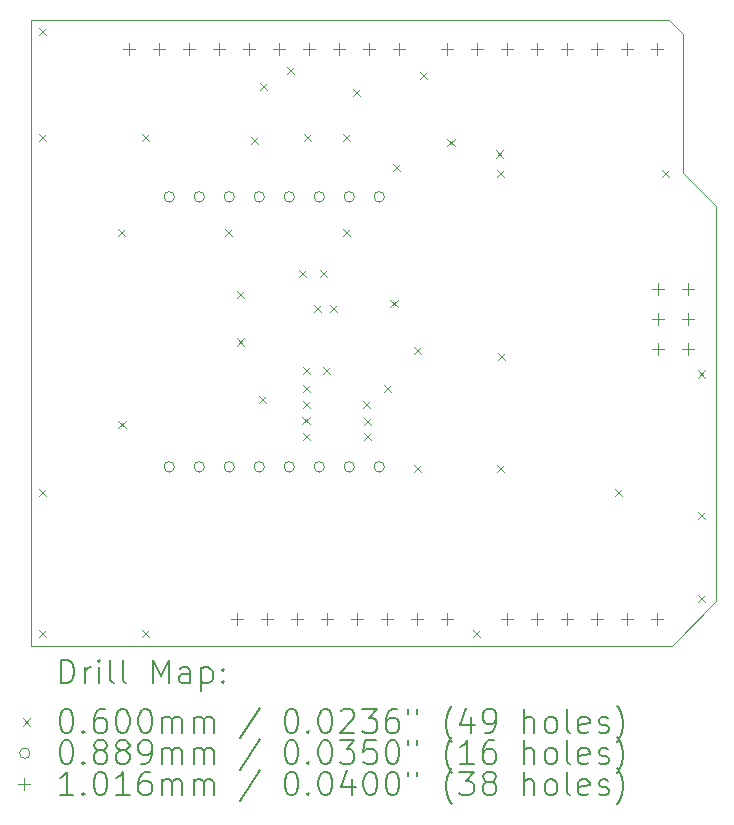
<source format=gbr>
%TF.GenerationSoftware,KiCad,Pcbnew,8.0.7+1*%
%TF.CreationDate,2025-02-19T15:00:17+01:00*%
%TF.ProjectId,ts14-arduino-shield,74733134-2d61-4726-9475-696e6f2d7368,rev?*%
%TF.SameCoordinates,Original*%
%TF.FileFunction,Drillmap*%
%TF.FilePolarity,Positive*%
%FSLAX45Y45*%
G04 Gerber Fmt 4.5, Leading zero omitted, Abs format (unit mm)*
G04 Created by KiCad (PCBNEW 8.0.7+1) date 2025-02-19 15:00:17*
%MOMM*%
%LPD*%
G01*
G04 APERTURE LIST*
%ADD10C,0.120000*%
%ADD11C,0.200000*%
%ADD12C,0.100000*%
%ADD13C,0.101600*%
G04 APERTURE END LIST*
D10*
X17525000Y-8300000D02*
X17800000Y-8575000D01*
X12000000Y-12300000D02*
X12000000Y-7000000D01*
X17425000Y-12300000D02*
X12000000Y-12300000D01*
X17400000Y-7000000D02*
X17525000Y-7125000D01*
X17800000Y-11925000D02*
X17425000Y-12300000D01*
X12000000Y-7000000D02*
X17400000Y-7000000D01*
X17800000Y-8575000D02*
X17800000Y-11925000D01*
X17525000Y-7125000D02*
X17525000Y-8300000D01*
D11*
D12*
X12070000Y-7070000D02*
X12130000Y-7130000D01*
X12130000Y-7070000D02*
X12070000Y-7130000D01*
X12070000Y-7970000D02*
X12130000Y-8030000D01*
X12130000Y-7970000D02*
X12070000Y-8030000D01*
X12070000Y-10970000D02*
X12130000Y-11030000D01*
X12130000Y-10970000D02*
X12070000Y-11030000D01*
X12070000Y-12170000D02*
X12130000Y-12230000D01*
X12130000Y-12170000D02*
X12070000Y-12230000D01*
X12736000Y-8773000D02*
X12796000Y-8833000D01*
X12796000Y-8773000D02*
X12736000Y-8833000D01*
X12742000Y-10398000D02*
X12802000Y-10458000D01*
X12802000Y-10398000D02*
X12742000Y-10458000D01*
X12945000Y-7970000D02*
X13005000Y-8030000D01*
X13005000Y-7970000D02*
X12945000Y-8030000D01*
X12945000Y-12170000D02*
X13005000Y-12230000D01*
X13005000Y-12170000D02*
X12945000Y-12230000D01*
X13645000Y-8770000D02*
X13705000Y-8830000D01*
X13705000Y-8770000D02*
X13645000Y-8830000D01*
X13745000Y-9295000D02*
X13805000Y-9355000D01*
X13805000Y-9295000D02*
X13745000Y-9355000D01*
X13746000Y-9699000D02*
X13806000Y-9759000D01*
X13806000Y-9699000D02*
X13746000Y-9759000D01*
X13866000Y-7993000D02*
X13926000Y-8053000D01*
X13926000Y-7993000D02*
X13866000Y-8053000D01*
X13932000Y-10185000D02*
X13992000Y-10245000D01*
X13992000Y-10185000D02*
X13932000Y-10245000D01*
X13937000Y-7532000D02*
X13997000Y-7592000D01*
X13997000Y-7532000D02*
X13937000Y-7592000D01*
X14171000Y-7399000D02*
X14231000Y-7459000D01*
X14231000Y-7399000D02*
X14171000Y-7459000D01*
X14271000Y-9122000D02*
X14331000Y-9182000D01*
X14331000Y-9122000D02*
X14271000Y-9182000D01*
X14300000Y-10362000D02*
X14360000Y-10422000D01*
X14360000Y-10362000D02*
X14300000Y-10422000D01*
X14301000Y-9939000D02*
X14361000Y-9999000D01*
X14361000Y-9939000D02*
X14301000Y-9999000D01*
X14303000Y-10502000D02*
X14363000Y-10562000D01*
X14363000Y-10502000D02*
X14303000Y-10562000D01*
X14307000Y-10093000D02*
X14367000Y-10153000D01*
X14367000Y-10093000D02*
X14307000Y-10153000D01*
X14307000Y-10227000D02*
X14367000Y-10287000D01*
X14367000Y-10227000D02*
X14307000Y-10287000D01*
X14313000Y-7964000D02*
X14373000Y-8024000D01*
X14373000Y-7964000D02*
X14313000Y-8024000D01*
X14400000Y-9417000D02*
X14460000Y-9477000D01*
X14460000Y-9417000D02*
X14400000Y-9477000D01*
X14445000Y-9122000D02*
X14505000Y-9182000D01*
X14505000Y-9122000D02*
X14445000Y-9182000D01*
X14470000Y-9939000D02*
X14530000Y-9999000D01*
X14530000Y-9939000D02*
X14470000Y-9999000D01*
X14531000Y-9417000D02*
X14591000Y-9477000D01*
X14591000Y-9417000D02*
X14531000Y-9477000D01*
X14645000Y-7970000D02*
X14705000Y-8030000D01*
X14705000Y-7970000D02*
X14645000Y-8030000D01*
X14645000Y-8770000D02*
X14705000Y-8830000D01*
X14705000Y-8770000D02*
X14645000Y-8830000D01*
X14729000Y-7583000D02*
X14789000Y-7643000D01*
X14789000Y-7583000D02*
X14729000Y-7643000D01*
X14816000Y-10227000D02*
X14876000Y-10287000D01*
X14876000Y-10227000D02*
X14816000Y-10287000D01*
X14817500Y-10370500D02*
X14877500Y-10430500D01*
X14877500Y-10370500D02*
X14817500Y-10430500D01*
X14822000Y-10502000D02*
X14882000Y-10562000D01*
X14882000Y-10502000D02*
X14822000Y-10562000D01*
X14991000Y-10093000D02*
X15051000Y-10153000D01*
X15051000Y-10093000D02*
X14991000Y-10153000D01*
X15045000Y-9370000D02*
X15105000Y-9430000D01*
X15105000Y-9370000D02*
X15045000Y-9430000D01*
X15065000Y-8219000D02*
X15125000Y-8279000D01*
X15125000Y-8219000D02*
X15065000Y-8279000D01*
X15245000Y-9770000D02*
X15305000Y-9830000D01*
X15305000Y-9770000D02*
X15245000Y-9830000D01*
X15245000Y-10770000D02*
X15305000Y-10830000D01*
X15305000Y-10770000D02*
X15245000Y-10830000D01*
X15297000Y-7443000D02*
X15357000Y-7503000D01*
X15357000Y-7443000D02*
X15297000Y-7503000D01*
X15528000Y-8007000D02*
X15588000Y-8067000D01*
X15588000Y-8007000D02*
X15528000Y-8067000D01*
X15745000Y-12170000D02*
X15805000Y-12230000D01*
X15805000Y-12170000D02*
X15745000Y-12230000D01*
X15937000Y-8107000D02*
X15997000Y-8167000D01*
X15997000Y-8107000D02*
X15937000Y-8167000D01*
X15945000Y-8270000D02*
X16005000Y-8330000D01*
X16005000Y-8270000D02*
X15945000Y-8330000D01*
X15945000Y-10770000D02*
X16005000Y-10830000D01*
X16005000Y-10770000D02*
X15945000Y-10830000D01*
X15958000Y-9821000D02*
X16018000Y-9881000D01*
X16018000Y-9821000D02*
X15958000Y-9881000D01*
X16945000Y-10970000D02*
X17005000Y-11030000D01*
X17005000Y-10970000D02*
X16945000Y-11030000D01*
X17345000Y-8270000D02*
X17405000Y-8330000D01*
X17405000Y-8270000D02*
X17345000Y-8330000D01*
X17645000Y-9970000D02*
X17705000Y-10030000D01*
X17705000Y-9970000D02*
X17645000Y-10030000D01*
X17645000Y-11170000D02*
X17705000Y-11230000D01*
X17705000Y-11170000D02*
X17645000Y-11230000D01*
X17645000Y-11870000D02*
X17705000Y-11930000D01*
X17705000Y-11870000D02*
X17645000Y-11930000D01*
X13216450Y-8500000D02*
G75*
G02*
X13127550Y-8500000I-44450J0D01*
G01*
X13127550Y-8500000D02*
G75*
G02*
X13216450Y-8500000I44450J0D01*
G01*
X13216450Y-10786000D02*
G75*
G02*
X13127550Y-10786000I-44450J0D01*
G01*
X13127550Y-10786000D02*
G75*
G02*
X13216450Y-10786000I44450J0D01*
G01*
X13470450Y-8500000D02*
G75*
G02*
X13381550Y-8500000I-44450J0D01*
G01*
X13381550Y-8500000D02*
G75*
G02*
X13470450Y-8500000I44450J0D01*
G01*
X13470450Y-10786000D02*
G75*
G02*
X13381550Y-10786000I-44450J0D01*
G01*
X13381550Y-10786000D02*
G75*
G02*
X13470450Y-10786000I44450J0D01*
G01*
X13724450Y-8500000D02*
G75*
G02*
X13635550Y-8500000I-44450J0D01*
G01*
X13635550Y-8500000D02*
G75*
G02*
X13724450Y-8500000I44450J0D01*
G01*
X13724450Y-10786000D02*
G75*
G02*
X13635550Y-10786000I-44450J0D01*
G01*
X13635550Y-10786000D02*
G75*
G02*
X13724450Y-10786000I44450J0D01*
G01*
X13978450Y-8500000D02*
G75*
G02*
X13889550Y-8500000I-44450J0D01*
G01*
X13889550Y-8500000D02*
G75*
G02*
X13978450Y-8500000I44450J0D01*
G01*
X13978450Y-10786000D02*
G75*
G02*
X13889550Y-10786000I-44450J0D01*
G01*
X13889550Y-10786000D02*
G75*
G02*
X13978450Y-10786000I44450J0D01*
G01*
X14232450Y-8500000D02*
G75*
G02*
X14143550Y-8500000I-44450J0D01*
G01*
X14143550Y-8500000D02*
G75*
G02*
X14232450Y-8500000I44450J0D01*
G01*
X14232450Y-10786000D02*
G75*
G02*
X14143550Y-10786000I-44450J0D01*
G01*
X14143550Y-10786000D02*
G75*
G02*
X14232450Y-10786000I44450J0D01*
G01*
X14486450Y-8500000D02*
G75*
G02*
X14397550Y-8500000I-44450J0D01*
G01*
X14397550Y-8500000D02*
G75*
G02*
X14486450Y-8500000I44450J0D01*
G01*
X14486450Y-10786000D02*
G75*
G02*
X14397550Y-10786000I-44450J0D01*
G01*
X14397550Y-10786000D02*
G75*
G02*
X14486450Y-10786000I44450J0D01*
G01*
X14740450Y-8500000D02*
G75*
G02*
X14651550Y-8500000I-44450J0D01*
G01*
X14651550Y-8500000D02*
G75*
G02*
X14740450Y-8500000I44450J0D01*
G01*
X14740450Y-10786000D02*
G75*
G02*
X14651550Y-10786000I-44450J0D01*
G01*
X14651550Y-10786000D02*
G75*
G02*
X14740450Y-10786000I44450J0D01*
G01*
X14994450Y-8500000D02*
G75*
G02*
X14905550Y-8500000I-44450J0D01*
G01*
X14905550Y-8500000D02*
G75*
G02*
X14994450Y-8500000I44450J0D01*
G01*
X14994450Y-10786000D02*
G75*
G02*
X14905550Y-10786000I-44450J0D01*
G01*
X14905550Y-10786000D02*
G75*
G02*
X14994450Y-10786000I44450J0D01*
G01*
D13*
X12827588Y-7193450D02*
X12827588Y-7295050D01*
X12776788Y-7244250D02*
X12878388Y-7244250D01*
X13081588Y-7193450D02*
X13081588Y-7295050D01*
X13030788Y-7244250D02*
X13132388Y-7244250D01*
X13335588Y-7193450D02*
X13335588Y-7295050D01*
X13284788Y-7244250D02*
X13386388Y-7244250D01*
X13589588Y-7193450D02*
X13589588Y-7295050D01*
X13538788Y-7244250D02*
X13640388Y-7244250D01*
X13741988Y-12019450D02*
X13741988Y-12121050D01*
X13691188Y-12070250D02*
X13792788Y-12070250D01*
X13843588Y-7193450D02*
X13843588Y-7295050D01*
X13792788Y-7244250D02*
X13894388Y-7244250D01*
X13995988Y-12019450D02*
X13995988Y-12121050D01*
X13945188Y-12070250D02*
X14046788Y-12070250D01*
X14097588Y-7193450D02*
X14097588Y-7295050D01*
X14046788Y-7244250D02*
X14148388Y-7244250D01*
X14249988Y-12019450D02*
X14249988Y-12121050D01*
X14199188Y-12070250D02*
X14300788Y-12070250D01*
X14351588Y-7193450D02*
X14351588Y-7295050D01*
X14300788Y-7244250D02*
X14402388Y-7244250D01*
X14503988Y-12019450D02*
X14503988Y-12121050D01*
X14453188Y-12070250D02*
X14554788Y-12070250D01*
X14605588Y-7193450D02*
X14605588Y-7295050D01*
X14554788Y-7244250D02*
X14656388Y-7244250D01*
X14757988Y-12019450D02*
X14757988Y-12121050D01*
X14707188Y-12070250D02*
X14808788Y-12070250D01*
X14859588Y-7193450D02*
X14859588Y-7295050D01*
X14808788Y-7244250D02*
X14910388Y-7244250D01*
X15011988Y-12019450D02*
X15011988Y-12121050D01*
X14961188Y-12070250D02*
X15062788Y-12070250D01*
X15113588Y-7193450D02*
X15113588Y-7295050D01*
X15062788Y-7244250D02*
X15164388Y-7244250D01*
X15265988Y-12019450D02*
X15265988Y-12121050D01*
X15215188Y-12070250D02*
X15316788Y-12070250D01*
X15519988Y-7193450D02*
X15519988Y-7295050D01*
X15469188Y-7244250D02*
X15570788Y-7244250D01*
X15519988Y-12019450D02*
X15519988Y-12121050D01*
X15469188Y-12070250D02*
X15570788Y-12070250D01*
X15773988Y-7193450D02*
X15773988Y-7295050D01*
X15723188Y-7244250D02*
X15824788Y-7244250D01*
X16027988Y-7193450D02*
X16027988Y-7295050D01*
X15977188Y-7244250D02*
X16078788Y-7244250D01*
X16027988Y-12019450D02*
X16027988Y-12121050D01*
X15977188Y-12070250D02*
X16078788Y-12070250D01*
X16281988Y-7193450D02*
X16281988Y-7295050D01*
X16231188Y-7244250D02*
X16332788Y-7244250D01*
X16281988Y-12019450D02*
X16281988Y-12121050D01*
X16231188Y-12070250D02*
X16332788Y-12070250D01*
X16535988Y-7193450D02*
X16535988Y-7295050D01*
X16485188Y-7244250D02*
X16586788Y-7244250D01*
X16535988Y-12019450D02*
X16535988Y-12121050D01*
X16485188Y-12070250D02*
X16586788Y-12070250D01*
X16789988Y-7193450D02*
X16789988Y-7295050D01*
X16739188Y-7244250D02*
X16840788Y-7244250D01*
X16789988Y-12019450D02*
X16789988Y-12121050D01*
X16739188Y-12070250D02*
X16840788Y-12070250D01*
X17043988Y-7193450D02*
X17043988Y-7295050D01*
X16993188Y-7244250D02*
X17094788Y-7244250D01*
X17043988Y-12019450D02*
X17043988Y-12121050D01*
X16993188Y-12070250D02*
X17094788Y-12070250D01*
X17297988Y-7193450D02*
X17297988Y-7295050D01*
X17247188Y-7244250D02*
X17348788Y-7244250D01*
X17297988Y-12019450D02*
X17297988Y-12121050D01*
X17247188Y-12070250D02*
X17348788Y-12070250D01*
X17310688Y-9225450D02*
X17310688Y-9327050D01*
X17259888Y-9276250D02*
X17361488Y-9276250D01*
X17310688Y-9479450D02*
X17310688Y-9581050D01*
X17259888Y-9530250D02*
X17361488Y-9530250D01*
X17310688Y-9733450D02*
X17310688Y-9835050D01*
X17259888Y-9784250D02*
X17361488Y-9784250D01*
X17564688Y-9225450D02*
X17564688Y-9327050D01*
X17513888Y-9276250D02*
X17615488Y-9276250D01*
X17564688Y-9479450D02*
X17564688Y-9581050D01*
X17513888Y-9530250D02*
X17615488Y-9530250D01*
X17564688Y-9733450D02*
X17564688Y-9835050D01*
X17513888Y-9784250D02*
X17615488Y-9784250D01*
D11*
X12254777Y-12617484D02*
X12254777Y-12417484D01*
X12254777Y-12417484D02*
X12302396Y-12417484D01*
X12302396Y-12417484D02*
X12330967Y-12427008D01*
X12330967Y-12427008D02*
X12350015Y-12446055D01*
X12350015Y-12446055D02*
X12359539Y-12465103D01*
X12359539Y-12465103D02*
X12369062Y-12503198D01*
X12369062Y-12503198D02*
X12369062Y-12531769D01*
X12369062Y-12531769D02*
X12359539Y-12569865D01*
X12359539Y-12569865D02*
X12350015Y-12588912D01*
X12350015Y-12588912D02*
X12330967Y-12607960D01*
X12330967Y-12607960D02*
X12302396Y-12617484D01*
X12302396Y-12617484D02*
X12254777Y-12617484D01*
X12454777Y-12617484D02*
X12454777Y-12484150D01*
X12454777Y-12522246D02*
X12464301Y-12503198D01*
X12464301Y-12503198D02*
X12473824Y-12493674D01*
X12473824Y-12493674D02*
X12492872Y-12484150D01*
X12492872Y-12484150D02*
X12511920Y-12484150D01*
X12578586Y-12617484D02*
X12578586Y-12484150D01*
X12578586Y-12417484D02*
X12569062Y-12427008D01*
X12569062Y-12427008D02*
X12578586Y-12436531D01*
X12578586Y-12436531D02*
X12588110Y-12427008D01*
X12588110Y-12427008D02*
X12578586Y-12417484D01*
X12578586Y-12417484D02*
X12578586Y-12436531D01*
X12702396Y-12617484D02*
X12683348Y-12607960D01*
X12683348Y-12607960D02*
X12673824Y-12588912D01*
X12673824Y-12588912D02*
X12673824Y-12417484D01*
X12807158Y-12617484D02*
X12788110Y-12607960D01*
X12788110Y-12607960D02*
X12778586Y-12588912D01*
X12778586Y-12588912D02*
X12778586Y-12417484D01*
X13035729Y-12617484D02*
X13035729Y-12417484D01*
X13035729Y-12417484D02*
X13102396Y-12560341D01*
X13102396Y-12560341D02*
X13169062Y-12417484D01*
X13169062Y-12417484D02*
X13169062Y-12617484D01*
X13350015Y-12617484D02*
X13350015Y-12512722D01*
X13350015Y-12512722D02*
X13340491Y-12493674D01*
X13340491Y-12493674D02*
X13321443Y-12484150D01*
X13321443Y-12484150D02*
X13283348Y-12484150D01*
X13283348Y-12484150D02*
X13264301Y-12493674D01*
X13350015Y-12607960D02*
X13330967Y-12617484D01*
X13330967Y-12617484D02*
X13283348Y-12617484D01*
X13283348Y-12617484D02*
X13264301Y-12607960D01*
X13264301Y-12607960D02*
X13254777Y-12588912D01*
X13254777Y-12588912D02*
X13254777Y-12569865D01*
X13254777Y-12569865D02*
X13264301Y-12550817D01*
X13264301Y-12550817D02*
X13283348Y-12541293D01*
X13283348Y-12541293D02*
X13330967Y-12541293D01*
X13330967Y-12541293D02*
X13350015Y-12531769D01*
X13445253Y-12484150D02*
X13445253Y-12684150D01*
X13445253Y-12493674D02*
X13464301Y-12484150D01*
X13464301Y-12484150D02*
X13502396Y-12484150D01*
X13502396Y-12484150D02*
X13521443Y-12493674D01*
X13521443Y-12493674D02*
X13530967Y-12503198D01*
X13530967Y-12503198D02*
X13540491Y-12522246D01*
X13540491Y-12522246D02*
X13540491Y-12579388D01*
X13540491Y-12579388D02*
X13530967Y-12598436D01*
X13530967Y-12598436D02*
X13521443Y-12607960D01*
X13521443Y-12607960D02*
X13502396Y-12617484D01*
X13502396Y-12617484D02*
X13464301Y-12617484D01*
X13464301Y-12617484D02*
X13445253Y-12607960D01*
X13626205Y-12598436D02*
X13635729Y-12607960D01*
X13635729Y-12607960D02*
X13626205Y-12617484D01*
X13626205Y-12617484D02*
X13616682Y-12607960D01*
X13616682Y-12607960D02*
X13626205Y-12598436D01*
X13626205Y-12598436D02*
X13626205Y-12617484D01*
X13626205Y-12493674D02*
X13635729Y-12503198D01*
X13635729Y-12503198D02*
X13626205Y-12512722D01*
X13626205Y-12512722D02*
X13616682Y-12503198D01*
X13616682Y-12503198D02*
X13626205Y-12493674D01*
X13626205Y-12493674D02*
X13626205Y-12512722D01*
D12*
X11934000Y-12916000D02*
X11994000Y-12976000D01*
X11994000Y-12916000D02*
X11934000Y-12976000D01*
D11*
X12292872Y-12837484D02*
X12311920Y-12837484D01*
X12311920Y-12837484D02*
X12330967Y-12847008D01*
X12330967Y-12847008D02*
X12340491Y-12856531D01*
X12340491Y-12856531D02*
X12350015Y-12875579D01*
X12350015Y-12875579D02*
X12359539Y-12913674D01*
X12359539Y-12913674D02*
X12359539Y-12961293D01*
X12359539Y-12961293D02*
X12350015Y-12999388D01*
X12350015Y-12999388D02*
X12340491Y-13018436D01*
X12340491Y-13018436D02*
X12330967Y-13027960D01*
X12330967Y-13027960D02*
X12311920Y-13037484D01*
X12311920Y-13037484D02*
X12292872Y-13037484D01*
X12292872Y-13037484D02*
X12273824Y-13027960D01*
X12273824Y-13027960D02*
X12264301Y-13018436D01*
X12264301Y-13018436D02*
X12254777Y-12999388D01*
X12254777Y-12999388D02*
X12245253Y-12961293D01*
X12245253Y-12961293D02*
X12245253Y-12913674D01*
X12245253Y-12913674D02*
X12254777Y-12875579D01*
X12254777Y-12875579D02*
X12264301Y-12856531D01*
X12264301Y-12856531D02*
X12273824Y-12847008D01*
X12273824Y-12847008D02*
X12292872Y-12837484D01*
X12445253Y-13018436D02*
X12454777Y-13027960D01*
X12454777Y-13027960D02*
X12445253Y-13037484D01*
X12445253Y-13037484D02*
X12435729Y-13027960D01*
X12435729Y-13027960D02*
X12445253Y-13018436D01*
X12445253Y-13018436D02*
X12445253Y-13037484D01*
X12626205Y-12837484D02*
X12588110Y-12837484D01*
X12588110Y-12837484D02*
X12569062Y-12847008D01*
X12569062Y-12847008D02*
X12559539Y-12856531D01*
X12559539Y-12856531D02*
X12540491Y-12885103D01*
X12540491Y-12885103D02*
X12530967Y-12923198D01*
X12530967Y-12923198D02*
X12530967Y-12999388D01*
X12530967Y-12999388D02*
X12540491Y-13018436D01*
X12540491Y-13018436D02*
X12550015Y-13027960D01*
X12550015Y-13027960D02*
X12569062Y-13037484D01*
X12569062Y-13037484D02*
X12607158Y-13037484D01*
X12607158Y-13037484D02*
X12626205Y-13027960D01*
X12626205Y-13027960D02*
X12635729Y-13018436D01*
X12635729Y-13018436D02*
X12645253Y-12999388D01*
X12645253Y-12999388D02*
X12645253Y-12951769D01*
X12645253Y-12951769D02*
X12635729Y-12932722D01*
X12635729Y-12932722D02*
X12626205Y-12923198D01*
X12626205Y-12923198D02*
X12607158Y-12913674D01*
X12607158Y-12913674D02*
X12569062Y-12913674D01*
X12569062Y-12913674D02*
X12550015Y-12923198D01*
X12550015Y-12923198D02*
X12540491Y-12932722D01*
X12540491Y-12932722D02*
X12530967Y-12951769D01*
X12769062Y-12837484D02*
X12788110Y-12837484D01*
X12788110Y-12837484D02*
X12807158Y-12847008D01*
X12807158Y-12847008D02*
X12816682Y-12856531D01*
X12816682Y-12856531D02*
X12826205Y-12875579D01*
X12826205Y-12875579D02*
X12835729Y-12913674D01*
X12835729Y-12913674D02*
X12835729Y-12961293D01*
X12835729Y-12961293D02*
X12826205Y-12999388D01*
X12826205Y-12999388D02*
X12816682Y-13018436D01*
X12816682Y-13018436D02*
X12807158Y-13027960D01*
X12807158Y-13027960D02*
X12788110Y-13037484D01*
X12788110Y-13037484D02*
X12769062Y-13037484D01*
X12769062Y-13037484D02*
X12750015Y-13027960D01*
X12750015Y-13027960D02*
X12740491Y-13018436D01*
X12740491Y-13018436D02*
X12730967Y-12999388D01*
X12730967Y-12999388D02*
X12721443Y-12961293D01*
X12721443Y-12961293D02*
X12721443Y-12913674D01*
X12721443Y-12913674D02*
X12730967Y-12875579D01*
X12730967Y-12875579D02*
X12740491Y-12856531D01*
X12740491Y-12856531D02*
X12750015Y-12847008D01*
X12750015Y-12847008D02*
X12769062Y-12837484D01*
X12959539Y-12837484D02*
X12978586Y-12837484D01*
X12978586Y-12837484D02*
X12997634Y-12847008D01*
X12997634Y-12847008D02*
X13007158Y-12856531D01*
X13007158Y-12856531D02*
X13016682Y-12875579D01*
X13016682Y-12875579D02*
X13026205Y-12913674D01*
X13026205Y-12913674D02*
X13026205Y-12961293D01*
X13026205Y-12961293D02*
X13016682Y-12999388D01*
X13016682Y-12999388D02*
X13007158Y-13018436D01*
X13007158Y-13018436D02*
X12997634Y-13027960D01*
X12997634Y-13027960D02*
X12978586Y-13037484D01*
X12978586Y-13037484D02*
X12959539Y-13037484D01*
X12959539Y-13037484D02*
X12940491Y-13027960D01*
X12940491Y-13027960D02*
X12930967Y-13018436D01*
X12930967Y-13018436D02*
X12921443Y-12999388D01*
X12921443Y-12999388D02*
X12911920Y-12961293D01*
X12911920Y-12961293D02*
X12911920Y-12913674D01*
X12911920Y-12913674D02*
X12921443Y-12875579D01*
X12921443Y-12875579D02*
X12930967Y-12856531D01*
X12930967Y-12856531D02*
X12940491Y-12847008D01*
X12940491Y-12847008D02*
X12959539Y-12837484D01*
X13111920Y-13037484D02*
X13111920Y-12904150D01*
X13111920Y-12923198D02*
X13121443Y-12913674D01*
X13121443Y-12913674D02*
X13140491Y-12904150D01*
X13140491Y-12904150D02*
X13169063Y-12904150D01*
X13169063Y-12904150D02*
X13188110Y-12913674D01*
X13188110Y-12913674D02*
X13197634Y-12932722D01*
X13197634Y-12932722D02*
X13197634Y-13037484D01*
X13197634Y-12932722D02*
X13207158Y-12913674D01*
X13207158Y-12913674D02*
X13226205Y-12904150D01*
X13226205Y-12904150D02*
X13254777Y-12904150D01*
X13254777Y-12904150D02*
X13273824Y-12913674D01*
X13273824Y-12913674D02*
X13283348Y-12932722D01*
X13283348Y-12932722D02*
X13283348Y-13037484D01*
X13378586Y-13037484D02*
X13378586Y-12904150D01*
X13378586Y-12923198D02*
X13388110Y-12913674D01*
X13388110Y-12913674D02*
X13407158Y-12904150D01*
X13407158Y-12904150D02*
X13435729Y-12904150D01*
X13435729Y-12904150D02*
X13454777Y-12913674D01*
X13454777Y-12913674D02*
X13464301Y-12932722D01*
X13464301Y-12932722D02*
X13464301Y-13037484D01*
X13464301Y-12932722D02*
X13473824Y-12913674D01*
X13473824Y-12913674D02*
X13492872Y-12904150D01*
X13492872Y-12904150D02*
X13521443Y-12904150D01*
X13521443Y-12904150D02*
X13540491Y-12913674D01*
X13540491Y-12913674D02*
X13550015Y-12932722D01*
X13550015Y-12932722D02*
X13550015Y-13037484D01*
X13940491Y-12827960D02*
X13769063Y-13085103D01*
X14197634Y-12837484D02*
X14216682Y-12837484D01*
X14216682Y-12837484D02*
X14235729Y-12847008D01*
X14235729Y-12847008D02*
X14245253Y-12856531D01*
X14245253Y-12856531D02*
X14254777Y-12875579D01*
X14254777Y-12875579D02*
X14264301Y-12913674D01*
X14264301Y-12913674D02*
X14264301Y-12961293D01*
X14264301Y-12961293D02*
X14254777Y-12999388D01*
X14254777Y-12999388D02*
X14245253Y-13018436D01*
X14245253Y-13018436D02*
X14235729Y-13027960D01*
X14235729Y-13027960D02*
X14216682Y-13037484D01*
X14216682Y-13037484D02*
X14197634Y-13037484D01*
X14197634Y-13037484D02*
X14178586Y-13027960D01*
X14178586Y-13027960D02*
X14169063Y-13018436D01*
X14169063Y-13018436D02*
X14159539Y-12999388D01*
X14159539Y-12999388D02*
X14150015Y-12961293D01*
X14150015Y-12961293D02*
X14150015Y-12913674D01*
X14150015Y-12913674D02*
X14159539Y-12875579D01*
X14159539Y-12875579D02*
X14169063Y-12856531D01*
X14169063Y-12856531D02*
X14178586Y-12847008D01*
X14178586Y-12847008D02*
X14197634Y-12837484D01*
X14350015Y-13018436D02*
X14359539Y-13027960D01*
X14359539Y-13027960D02*
X14350015Y-13037484D01*
X14350015Y-13037484D02*
X14340491Y-13027960D01*
X14340491Y-13027960D02*
X14350015Y-13018436D01*
X14350015Y-13018436D02*
X14350015Y-13037484D01*
X14483348Y-12837484D02*
X14502396Y-12837484D01*
X14502396Y-12837484D02*
X14521444Y-12847008D01*
X14521444Y-12847008D02*
X14530967Y-12856531D01*
X14530967Y-12856531D02*
X14540491Y-12875579D01*
X14540491Y-12875579D02*
X14550015Y-12913674D01*
X14550015Y-12913674D02*
X14550015Y-12961293D01*
X14550015Y-12961293D02*
X14540491Y-12999388D01*
X14540491Y-12999388D02*
X14530967Y-13018436D01*
X14530967Y-13018436D02*
X14521444Y-13027960D01*
X14521444Y-13027960D02*
X14502396Y-13037484D01*
X14502396Y-13037484D02*
X14483348Y-13037484D01*
X14483348Y-13037484D02*
X14464301Y-13027960D01*
X14464301Y-13027960D02*
X14454777Y-13018436D01*
X14454777Y-13018436D02*
X14445253Y-12999388D01*
X14445253Y-12999388D02*
X14435729Y-12961293D01*
X14435729Y-12961293D02*
X14435729Y-12913674D01*
X14435729Y-12913674D02*
X14445253Y-12875579D01*
X14445253Y-12875579D02*
X14454777Y-12856531D01*
X14454777Y-12856531D02*
X14464301Y-12847008D01*
X14464301Y-12847008D02*
X14483348Y-12837484D01*
X14626206Y-12856531D02*
X14635729Y-12847008D01*
X14635729Y-12847008D02*
X14654777Y-12837484D01*
X14654777Y-12837484D02*
X14702396Y-12837484D01*
X14702396Y-12837484D02*
X14721444Y-12847008D01*
X14721444Y-12847008D02*
X14730967Y-12856531D01*
X14730967Y-12856531D02*
X14740491Y-12875579D01*
X14740491Y-12875579D02*
X14740491Y-12894627D01*
X14740491Y-12894627D02*
X14730967Y-12923198D01*
X14730967Y-12923198D02*
X14616682Y-13037484D01*
X14616682Y-13037484D02*
X14740491Y-13037484D01*
X14807158Y-12837484D02*
X14930967Y-12837484D01*
X14930967Y-12837484D02*
X14864301Y-12913674D01*
X14864301Y-12913674D02*
X14892872Y-12913674D01*
X14892872Y-12913674D02*
X14911920Y-12923198D01*
X14911920Y-12923198D02*
X14921444Y-12932722D01*
X14921444Y-12932722D02*
X14930967Y-12951769D01*
X14930967Y-12951769D02*
X14930967Y-12999388D01*
X14930967Y-12999388D02*
X14921444Y-13018436D01*
X14921444Y-13018436D02*
X14911920Y-13027960D01*
X14911920Y-13027960D02*
X14892872Y-13037484D01*
X14892872Y-13037484D02*
X14835729Y-13037484D01*
X14835729Y-13037484D02*
X14816682Y-13027960D01*
X14816682Y-13027960D02*
X14807158Y-13018436D01*
X15102396Y-12837484D02*
X15064301Y-12837484D01*
X15064301Y-12837484D02*
X15045253Y-12847008D01*
X15045253Y-12847008D02*
X15035729Y-12856531D01*
X15035729Y-12856531D02*
X15016682Y-12885103D01*
X15016682Y-12885103D02*
X15007158Y-12923198D01*
X15007158Y-12923198D02*
X15007158Y-12999388D01*
X15007158Y-12999388D02*
X15016682Y-13018436D01*
X15016682Y-13018436D02*
X15026206Y-13027960D01*
X15026206Y-13027960D02*
X15045253Y-13037484D01*
X15045253Y-13037484D02*
X15083348Y-13037484D01*
X15083348Y-13037484D02*
X15102396Y-13027960D01*
X15102396Y-13027960D02*
X15111920Y-13018436D01*
X15111920Y-13018436D02*
X15121444Y-12999388D01*
X15121444Y-12999388D02*
X15121444Y-12951769D01*
X15121444Y-12951769D02*
X15111920Y-12932722D01*
X15111920Y-12932722D02*
X15102396Y-12923198D01*
X15102396Y-12923198D02*
X15083348Y-12913674D01*
X15083348Y-12913674D02*
X15045253Y-12913674D01*
X15045253Y-12913674D02*
X15026206Y-12923198D01*
X15026206Y-12923198D02*
X15016682Y-12932722D01*
X15016682Y-12932722D02*
X15007158Y-12951769D01*
X15197634Y-12837484D02*
X15197634Y-12875579D01*
X15273825Y-12837484D02*
X15273825Y-12875579D01*
X15569063Y-13113674D02*
X15559539Y-13104150D01*
X15559539Y-13104150D02*
X15540491Y-13075579D01*
X15540491Y-13075579D02*
X15530968Y-13056531D01*
X15530968Y-13056531D02*
X15521444Y-13027960D01*
X15521444Y-13027960D02*
X15511920Y-12980341D01*
X15511920Y-12980341D02*
X15511920Y-12942246D01*
X15511920Y-12942246D02*
X15521444Y-12894627D01*
X15521444Y-12894627D02*
X15530968Y-12866055D01*
X15530968Y-12866055D02*
X15540491Y-12847008D01*
X15540491Y-12847008D02*
X15559539Y-12818436D01*
X15559539Y-12818436D02*
X15569063Y-12808912D01*
X15730968Y-12904150D02*
X15730968Y-13037484D01*
X15683348Y-12827960D02*
X15635729Y-12970817D01*
X15635729Y-12970817D02*
X15759539Y-12970817D01*
X15845253Y-13037484D02*
X15883348Y-13037484D01*
X15883348Y-13037484D02*
X15902396Y-13027960D01*
X15902396Y-13027960D02*
X15911920Y-13018436D01*
X15911920Y-13018436D02*
X15930968Y-12989865D01*
X15930968Y-12989865D02*
X15940491Y-12951769D01*
X15940491Y-12951769D02*
X15940491Y-12875579D01*
X15940491Y-12875579D02*
X15930968Y-12856531D01*
X15930968Y-12856531D02*
X15921444Y-12847008D01*
X15921444Y-12847008D02*
X15902396Y-12837484D01*
X15902396Y-12837484D02*
X15864301Y-12837484D01*
X15864301Y-12837484D02*
X15845253Y-12847008D01*
X15845253Y-12847008D02*
X15835729Y-12856531D01*
X15835729Y-12856531D02*
X15826206Y-12875579D01*
X15826206Y-12875579D02*
X15826206Y-12923198D01*
X15826206Y-12923198D02*
X15835729Y-12942246D01*
X15835729Y-12942246D02*
X15845253Y-12951769D01*
X15845253Y-12951769D02*
X15864301Y-12961293D01*
X15864301Y-12961293D02*
X15902396Y-12961293D01*
X15902396Y-12961293D02*
X15921444Y-12951769D01*
X15921444Y-12951769D02*
X15930968Y-12942246D01*
X15930968Y-12942246D02*
X15940491Y-12923198D01*
X16178587Y-13037484D02*
X16178587Y-12837484D01*
X16264301Y-13037484D02*
X16264301Y-12932722D01*
X16264301Y-12932722D02*
X16254777Y-12913674D01*
X16254777Y-12913674D02*
X16235730Y-12904150D01*
X16235730Y-12904150D02*
X16207158Y-12904150D01*
X16207158Y-12904150D02*
X16188110Y-12913674D01*
X16188110Y-12913674D02*
X16178587Y-12923198D01*
X16388110Y-13037484D02*
X16369063Y-13027960D01*
X16369063Y-13027960D02*
X16359539Y-13018436D01*
X16359539Y-13018436D02*
X16350015Y-12999388D01*
X16350015Y-12999388D02*
X16350015Y-12942246D01*
X16350015Y-12942246D02*
X16359539Y-12923198D01*
X16359539Y-12923198D02*
X16369063Y-12913674D01*
X16369063Y-12913674D02*
X16388110Y-12904150D01*
X16388110Y-12904150D02*
X16416682Y-12904150D01*
X16416682Y-12904150D02*
X16435730Y-12913674D01*
X16435730Y-12913674D02*
X16445253Y-12923198D01*
X16445253Y-12923198D02*
X16454777Y-12942246D01*
X16454777Y-12942246D02*
X16454777Y-12999388D01*
X16454777Y-12999388D02*
X16445253Y-13018436D01*
X16445253Y-13018436D02*
X16435730Y-13027960D01*
X16435730Y-13027960D02*
X16416682Y-13037484D01*
X16416682Y-13037484D02*
X16388110Y-13037484D01*
X16569063Y-13037484D02*
X16550015Y-13027960D01*
X16550015Y-13027960D02*
X16540491Y-13008912D01*
X16540491Y-13008912D02*
X16540491Y-12837484D01*
X16721444Y-13027960D02*
X16702396Y-13037484D01*
X16702396Y-13037484D02*
X16664301Y-13037484D01*
X16664301Y-13037484D02*
X16645253Y-13027960D01*
X16645253Y-13027960D02*
X16635730Y-13008912D01*
X16635730Y-13008912D02*
X16635730Y-12932722D01*
X16635730Y-12932722D02*
X16645253Y-12913674D01*
X16645253Y-12913674D02*
X16664301Y-12904150D01*
X16664301Y-12904150D02*
X16702396Y-12904150D01*
X16702396Y-12904150D02*
X16721444Y-12913674D01*
X16721444Y-12913674D02*
X16730968Y-12932722D01*
X16730968Y-12932722D02*
X16730968Y-12951769D01*
X16730968Y-12951769D02*
X16635730Y-12970817D01*
X16807158Y-13027960D02*
X16826206Y-13037484D01*
X16826206Y-13037484D02*
X16864301Y-13037484D01*
X16864301Y-13037484D02*
X16883349Y-13027960D01*
X16883349Y-13027960D02*
X16892873Y-13008912D01*
X16892873Y-13008912D02*
X16892873Y-12999388D01*
X16892873Y-12999388D02*
X16883349Y-12980341D01*
X16883349Y-12980341D02*
X16864301Y-12970817D01*
X16864301Y-12970817D02*
X16835730Y-12970817D01*
X16835730Y-12970817D02*
X16816682Y-12961293D01*
X16816682Y-12961293D02*
X16807158Y-12942246D01*
X16807158Y-12942246D02*
X16807158Y-12932722D01*
X16807158Y-12932722D02*
X16816682Y-12913674D01*
X16816682Y-12913674D02*
X16835730Y-12904150D01*
X16835730Y-12904150D02*
X16864301Y-12904150D01*
X16864301Y-12904150D02*
X16883349Y-12913674D01*
X16959539Y-13113674D02*
X16969063Y-13104150D01*
X16969063Y-13104150D02*
X16988111Y-13075579D01*
X16988111Y-13075579D02*
X16997634Y-13056531D01*
X16997634Y-13056531D02*
X17007158Y-13027960D01*
X17007158Y-13027960D02*
X17016682Y-12980341D01*
X17016682Y-12980341D02*
X17016682Y-12942246D01*
X17016682Y-12942246D02*
X17007158Y-12894627D01*
X17007158Y-12894627D02*
X16997634Y-12866055D01*
X16997634Y-12866055D02*
X16988111Y-12847008D01*
X16988111Y-12847008D02*
X16969063Y-12818436D01*
X16969063Y-12818436D02*
X16959539Y-12808912D01*
D12*
X11994000Y-13210000D02*
G75*
G02*
X11905100Y-13210000I-44450J0D01*
G01*
X11905100Y-13210000D02*
G75*
G02*
X11994000Y-13210000I44450J0D01*
G01*
D11*
X12292872Y-13101484D02*
X12311920Y-13101484D01*
X12311920Y-13101484D02*
X12330967Y-13111008D01*
X12330967Y-13111008D02*
X12340491Y-13120531D01*
X12340491Y-13120531D02*
X12350015Y-13139579D01*
X12350015Y-13139579D02*
X12359539Y-13177674D01*
X12359539Y-13177674D02*
X12359539Y-13225293D01*
X12359539Y-13225293D02*
X12350015Y-13263388D01*
X12350015Y-13263388D02*
X12340491Y-13282436D01*
X12340491Y-13282436D02*
X12330967Y-13291960D01*
X12330967Y-13291960D02*
X12311920Y-13301484D01*
X12311920Y-13301484D02*
X12292872Y-13301484D01*
X12292872Y-13301484D02*
X12273824Y-13291960D01*
X12273824Y-13291960D02*
X12264301Y-13282436D01*
X12264301Y-13282436D02*
X12254777Y-13263388D01*
X12254777Y-13263388D02*
X12245253Y-13225293D01*
X12245253Y-13225293D02*
X12245253Y-13177674D01*
X12245253Y-13177674D02*
X12254777Y-13139579D01*
X12254777Y-13139579D02*
X12264301Y-13120531D01*
X12264301Y-13120531D02*
X12273824Y-13111008D01*
X12273824Y-13111008D02*
X12292872Y-13101484D01*
X12445253Y-13282436D02*
X12454777Y-13291960D01*
X12454777Y-13291960D02*
X12445253Y-13301484D01*
X12445253Y-13301484D02*
X12435729Y-13291960D01*
X12435729Y-13291960D02*
X12445253Y-13282436D01*
X12445253Y-13282436D02*
X12445253Y-13301484D01*
X12569062Y-13187198D02*
X12550015Y-13177674D01*
X12550015Y-13177674D02*
X12540491Y-13168150D01*
X12540491Y-13168150D02*
X12530967Y-13149103D01*
X12530967Y-13149103D02*
X12530967Y-13139579D01*
X12530967Y-13139579D02*
X12540491Y-13120531D01*
X12540491Y-13120531D02*
X12550015Y-13111008D01*
X12550015Y-13111008D02*
X12569062Y-13101484D01*
X12569062Y-13101484D02*
X12607158Y-13101484D01*
X12607158Y-13101484D02*
X12626205Y-13111008D01*
X12626205Y-13111008D02*
X12635729Y-13120531D01*
X12635729Y-13120531D02*
X12645253Y-13139579D01*
X12645253Y-13139579D02*
X12645253Y-13149103D01*
X12645253Y-13149103D02*
X12635729Y-13168150D01*
X12635729Y-13168150D02*
X12626205Y-13177674D01*
X12626205Y-13177674D02*
X12607158Y-13187198D01*
X12607158Y-13187198D02*
X12569062Y-13187198D01*
X12569062Y-13187198D02*
X12550015Y-13196722D01*
X12550015Y-13196722D02*
X12540491Y-13206246D01*
X12540491Y-13206246D02*
X12530967Y-13225293D01*
X12530967Y-13225293D02*
X12530967Y-13263388D01*
X12530967Y-13263388D02*
X12540491Y-13282436D01*
X12540491Y-13282436D02*
X12550015Y-13291960D01*
X12550015Y-13291960D02*
X12569062Y-13301484D01*
X12569062Y-13301484D02*
X12607158Y-13301484D01*
X12607158Y-13301484D02*
X12626205Y-13291960D01*
X12626205Y-13291960D02*
X12635729Y-13282436D01*
X12635729Y-13282436D02*
X12645253Y-13263388D01*
X12645253Y-13263388D02*
X12645253Y-13225293D01*
X12645253Y-13225293D02*
X12635729Y-13206246D01*
X12635729Y-13206246D02*
X12626205Y-13196722D01*
X12626205Y-13196722D02*
X12607158Y-13187198D01*
X12759539Y-13187198D02*
X12740491Y-13177674D01*
X12740491Y-13177674D02*
X12730967Y-13168150D01*
X12730967Y-13168150D02*
X12721443Y-13149103D01*
X12721443Y-13149103D02*
X12721443Y-13139579D01*
X12721443Y-13139579D02*
X12730967Y-13120531D01*
X12730967Y-13120531D02*
X12740491Y-13111008D01*
X12740491Y-13111008D02*
X12759539Y-13101484D01*
X12759539Y-13101484D02*
X12797634Y-13101484D01*
X12797634Y-13101484D02*
X12816682Y-13111008D01*
X12816682Y-13111008D02*
X12826205Y-13120531D01*
X12826205Y-13120531D02*
X12835729Y-13139579D01*
X12835729Y-13139579D02*
X12835729Y-13149103D01*
X12835729Y-13149103D02*
X12826205Y-13168150D01*
X12826205Y-13168150D02*
X12816682Y-13177674D01*
X12816682Y-13177674D02*
X12797634Y-13187198D01*
X12797634Y-13187198D02*
X12759539Y-13187198D01*
X12759539Y-13187198D02*
X12740491Y-13196722D01*
X12740491Y-13196722D02*
X12730967Y-13206246D01*
X12730967Y-13206246D02*
X12721443Y-13225293D01*
X12721443Y-13225293D02*
X12721443Y-13263388D01*
X12721443Y-13263388D02*
X12730967Y-13282436D01*
X12730967Y-13282436D02*
X12740491Y-13291960D01*
X12740491Y-13291960D02*
X12759539Y-13301484D01*
X12759539Y-13301484D02*
X12797634Y-13301484D01*
X12797634Y-13301484D02*
X12816682Y-13291960D01*
X12816682Y-13291960D02*
X12826205Y-13282436D01*
X12826205Y-13282436D02*
X12835729Y-13263388D01*
X12835729Y-13263388D02*
X12835729Y-13225293D01*
X12835729Y-13225293D02*
X12826205Y-13206246D01*
X12826205Y-13206246D02*
X12816682Y-13196722D01*
X12816682Y-13196722D02*
X12797634Y-13187198D01*
X12930967Y-13301484D02*
X12969062Y-13301484D01*
X12969062Y-13301484D02*
X12988110Y-13291960D01*
X12988110Y-13291960D02*
X12997634Y-13282436D01*
X12997634Y-13282436D02*
X13016682Y-13253865D01*
X13016682Y-13253865D02*
X13026205Y-13215769D01*
X13026205Y-13215769D02*
X13026205Y-13139579D01*
X13026205Y-13139579D02*
X13016682Y-13120531D01*
X13016682Y-13120531D02*
X13007158Y-13111008D01*
X13007158Y-13111008D02*
X12988110Y-13101484D01*
X12988110Y-13101484D02*
X12950015Y-13101484D01*
X12950015Y-13101484D02*
X12930967Y-13111008D01*
X12930967Y-13111008D02*
X12921443Y-13120531D01*
X12921443Y-13120531D02*
X12911920Y-13139579D01*
X12911920Y-13139579D02*
X12911920Y-13187198D01*
X12911920Y-13187198D02*
X12921443Y-13206246D01*
X12921443Y-13206246D02*
X12930967Y-13215769D01*
X12930967Y-13215769D02*
X12950015Y-13225293D01*
X12950015Y-13225293D02*
X12988110Y-13225293D01*
X12988110Y-13225293D02*
X13007158Y-13215769D01*
X13007158Y-13215769D02*
X13016682Y-13206246D01*
X13016682Y-13206246D02*
X13026205Y-13187198D01*
X13111920Y-13301484D02*
X13111920Y-13168150D01*
X13111920Y-13187198D02*
X13121443Y-13177674D01*
X13121443Y-13177674D02*
X13140491Y-13168150D01*
X13140491Y-13168150D02*
X13169063Y-13168150D01*
X13169063Y-13168150D02*
X13188110Y-13177674D01*
X13188110Y-13177674D02*
X13197634Y-13196722D01*
X13197634Y-13196722D02*
X13197634Y-13301484D01*
X13197634Y-13196722D02*
X13207158Y-13177674D01*
X13207158Y-13177674D02*
X13226205Y-13168150D01*
X13226205Y-13168150D02*
X13254777Y-13168150D01*
X13254777Y-13168150D02*
X13273824Y-13177674D01*
X13273824Y-13177674D02*
X13283348Y-13196722D01*
X13283348Y-13196722D02*
X13283348Y-13301484D01*
X13378586Y-13301484D02*
X13378586Y-13168150D01*
X13378586Y-13187198D02*
X13388110Y-13177674D01*
X13388110Y-13177674D02*
X13407158Y-13168150D01*
X13407158Y-13168150D02*
X13435729Y-13168150D01*
X13435729Y-13168150D02*
X13454777Y-13177674D01*
X13454777Y-13177674D02*
X13464301Y-13196722D01*
X13464301Y-13196722D02*
X13464301Y-13301484D01*
X13464301Y-13196722D02*
X13473824Y-13177674D01*
X13473824Y-13177674D02*
X13492872Y-13168150D01*
X13492872Y-13168150D02*
X13521443Y-13168150D01*
X13521443Y-13168150D02*
X13540491Y-13177674D01*
X13540491Y-13177674D02*
X13550015Y-13196722D01*
X13550015Y-13196722D02*
X13550015Y-13301484D01*
X13940491Y-13091960D02*
X13769063Y-13349103D01*
X14197634Y-13101484D02*
X14216682Y-13101484D01*
X14216682Y-13101484D02*
X14235729Y-13111008D01*
X14235729Y-13111008D02*
X14245253Y-13120531D01*
X14245253Y-13120531D02*
X14254777Y-13139579D01*
X14254777Y-13139579D02*
X14264301Y-13177674D01*
X14264301Y-13177674D02*
X14264301Y-13225293D01*
X14264301Y-13225293D02*
X14254777Y-13263388D01*
X14254777Y-13263388D02*
X14245253Y-13282436D01*
X14245253Y-13282436D02*
X14235729Y-13291960D01*
X14235729Y-13291960D02*
X14216682Y-13301484D01*
X14216682Y-13301484D02*
X14197634Y-13301484D01*
X14197634Y-13301484D02*
X14178586Y-13291960D01*
X14178586Y-13291960D02*
X14169063Y-13282436D01*
X14169063Y-13282436D02*
X14159539Y-13263388D01*
X14159539Y-13263388D02*
X14150015Y-13225293D01*
X14150015Y-13225293D02*
X14150015Y-13177674D01*
X14150015Y-13177674D02*
X14159539Y-13139579D01*
X14159539Y-13139579D02*
X14169063Y-13120531D01*
X14169063Y-13120531D02*
X14178586Y-13111008D01*
X14178586Y-13111008D02*
X14197634Y-13101484D01*
X14350015Y-13282436D02*
X14359539Y-13291960D01*
X14359539Y-13291960D02*
X14350015Y-13301484D01*
X14350015Y-13301484D02*
X14340491Y-13291960D01*
X14340491Y-13291960D02*
X14350015Y-13282436D01*
X14350015Y-13282436D02*
X14350015Y-13301484D01*
X14483348Y-13101484D02*
X14502396Y-13101484D01*
X14502396Y-13101484D02*
X14521444Y-13111008D01*
X14521444Y-13111008D02*
X14530967Y-13120531D01*
X14530967Y-13120531D02*
X14540491Y-13139579D01*
X14540491Y-13139579D02*
X14550015Y-13177674D01*
X14550015Y-13177674D02*
X14550015Y-13225293D01*
X14550015Y-13225293D02*
X14540491Y-13263388D01*
X14540491Y-13263388D02*
X14530967Y-13282436D01*
X14530967Y-13282436D02*
X14521444Y-13291960D01*
X14521444Y-13291960D02*
X14502396Y-13301484D01*
X14502396Y-13301484D02*
X14483348Y-13301484D01*
X14483348Y-13301484D02*
X14464301Y-13291960D01*
X14464301Y-13291960D02*
X14454777Y-13282436D01*
X14454777Y-13282436D02*
X14445253Y-13263388D01*
X14445253Y-13263388D02*
X14435729Y-13225293D01*
X14435729Y-13225293D02*
X14435729Y-13177674D01*
X14435729Y-13177674D02*
X14445253Y-13139579D01*
X14445253Y-13139579D02*
X14454777Y-13120531D01*
X14454777Y-13120531D02*
X14464301Y-13111008D01*
X14464301Y-13111008D02*
X14483348Y-13101484D01*
X14616682Y-13101484D02*
X14740491Y-13101484D01*
X14740491Y-13101484D02*
X14673825Y-13177674D01*
X14673825Y-13177674D02*
X14702396Y-13177674D01*
X14702396Y-13177674D02*
X14721444Y-13187198D01*
X14721444Y-13187198D02*
X14730967Y-13196722D01*
X14730967Y-13196722D02*
X14740491Y-13215769D01*
X14740491Y-13215769D02*
X14740491Y-13263388D01*
X14740491Y-13263388D02*
X14730967Y-13282436D01*
X14730967Y-13282436D02*
X14721444Y-13291960D01*
X14721444Y-13291960D02*
X14702396Y-13301484D01*
X14702396Y-13301484D02*
X14645253Y-13301484D01*
X14645253Y-13301484D02*
X14626206Y-13291960D01*
X14626206Y-13291960D02*
X14616682Y-13282436D01*
X14921444Y-13101484D02*
X14826206Y-13101484D01*
X14826206Y-13101484D02*
X14816682Y-13196722D01*
X14816682Y-13196722D02*
X14826206Y-13187198D01*
X14826206Y-13187198D02*
X14845253Y-13177674D01*
X14845253Y-13177674D02*
X14892872Y-13177674D01*
X14892872Y-13177674D02*
X14911920Y-13187198D01*
X14911920Y-13187198D02*
X14921444Y-13196722D01*
X14921444Y-13196722D02*
X14930967Y-13215769D01*
X14930967Y-13215769D02*
X14930967Y-13263388D01*
X14930967Y-13263388D02*
X14921444Y-13282436D01*
X14921444Y-13282436D02*
X14911920Y-13291960D01*
X14911920Y-13291960D02*
X14892872Y-13301484D01*
X14892872Y-13301484D02*
X14845253Y-13301484D01*
X14845253Y-13301484D02*
X14826206Y-13291960D01*
X14826206Y-13291960D02*
X14816682Y-13282436D01*
X15054777Y-13101484D02*
X15073825Y-13101484D01*
X15073825Y-13101484D02*
X15092872Y-13111008D01*
X15092872Y-13111008D02*
X15102396Y-13120531D01*
X15102396Y-13120531D02*
X15111920Y-13139579D01*
X15111920Y-13139579D02*
X15121444Y-13177674D01*
X15121444Y-13177674D02*
X15121444Y-13225293D01*
X15121444Y-13225293D02*
X15111920Y-13263388D01*
X15111920Y-13263388D02*
X15102396Y-13282436D01*
X15102396Y-13282436D02*
X15092872Y-13291960D01*
X15092872Y-13291960D02*
X15073825Y-13301484D01*
X15073825Y-13301484D02*
X15054777Y-13301484D01*
X15054777Y-13301484D02*
X15035729Y-13291960D01*
X15035729Y-13291960D02*
X15026206Y-13282436D01*
X15026206Y-13282436D02*
X15016682Y-13263388D01*
X15016682Y-13263388D02*
X15007158Y-13225293D01*
X15007158Y-13225293D02*
X15007158Y-13177674D01*
X15007158Y-13177674D02*
X15016682Y-13139579D01*
X15016682Y-13139579D02*
X15026206Y-13120531D01*
X15026206Y-13120531D02*
X15035729Y-13111008D01*
X15035729Y-13111008D02*
X15054777Y-13101484D01*
X15197634Y-13101484D02*
X15197634Y-13139579D01*
X15273825Y-13101484D02*
X15273825Y-13139579D01*
X15569063Y-13377674D02*
X15559539Y-13368150D01*
X15559539Y-13368150D02*
X15540491Y-13339579D01*
X15540491Y-13339579D02*
X15530968Y-13320531D01*
X15530968Y-13320531D02*
X15521444Y-13291960D01*
X15521444Y-13291960D02*
X15511920Y-13244341D01*
X15511920Y-13244341D02*
X15511920Y-13206246D01*
X15511920Y-13206246D02*
X15521444Y-13158627D01*
X15521444Y-13158627D02*
X15530968Y-13130055D01*
X15530968Y-13130055D02*
X15540491Y-13111008D01*
X15540491Y-13111008D02*
X15559539Y-13082436D01*
X15559539Y-13082436D02*
X15569063Y-13072912D01*
X15750015Y-13301484D02*
X15635729Y-13301484D01*
X15692872Y-13301484D02*
X15692872Y-13101484D01*
X15692872Y-13101484D02*
X15673825Y-13130055D01*
X15673825Y-13130055D02*
X15654777Y-13149103D01*
X15654777Y-13149103D02*
X15635729Y-13158627D01*
X15921444Y-13101484D02*
X15883348Y-13101484D01*
X15883348Y-13101484D02*
X15864301Y-13111008D01*
X15864301Y-13111008D02*
X15854777Y-13120531D01*
X15854777Y-13120531D02*
X15835729Y-13149103D01*
X15835729Y-13149103D02*
X15826206Y-13187198D01*
X15826206Y-13187198D02*
X15826206Y-13263388D01*
X15826206Y-13263388D02*
X15835729Y-13282436D01*
X15835729Y-13282436D02*
X15845253Y-13291960D01*
X15845253Y-13291960D02*
X15864301Y-13301484D01*
X15864301Y-13301484D02*
X15902396Y-13301484D01*
X15902396Y-13301484D02*
X15921444Y-13291960D01*
X15921444Y-13291960D02*
X15930968Y-13282436D01*
X15930968Y-13282436D02*
X15940491Y-13263388D01*
X15940491Y-13263388D02*
X15940491Y-13215769D01*
X15940491Y-13215769D02*
X15930968Y-13196722D01*
X15930968Y-13196722D02*
X15921444Y-13187198D01*
X15921444Y-13187198D02*
X15902396Y-13177674D01*
X15902396Y-13177674D02*
X15864301Y-13177674D01*
X15864301Y-13177674D02*
X15845253Y-13187198D01*
X15845253Y-13187198D02*
X15835729Y-13196722D01*
X15835729Y-13196722D02*
X15826206Y-13215769D01*
X16178587Y-13301484D02*
X16178587Y-13101484D01*
X16264301Y-13301484D02*
X16264301Y-13196722D01*
X16264301Y-13196722D02*
X16254777Y-13177674D01*
X16254777Y-13177674D02*
X16235730Y-13168150D01*
X16235730Y-13168150D02*
X16207158Y-13168150D01*
X16207158Y-13168150D02*
X16188110Y-13177674D01*
X16188110Y-13177674D02*
X16178587Y-13187198D01*
X16388110Y-13301484D02*
X16369063Y-13291960D01*
X16369063Y-13291960D02*
X16359539Y-13282436D01*
X16359539Y-13282436D02*
X16350015Y-13263388D01*
X16350015Y-13263388D02*
X16350015Y-13206246D01*
X16350015Y-13206246D02*
X16359539Y-13187198D01*
X16359539Y-13187198D02*
X16369063Y-13177674D01*
X16369063Y-13177674D02*
X16388110Y-13168150D01*
X16388110Y-13168150D02*
X16416682Y-13168150D01*
X16416682Y-13168150D02*
X16435730Y-13177674D01*
X16435730Y-13177674D02*
X16445253Y-13187198D01*
X16445253Y-13187198D02*
X16454777Y-13206246D01*
X16454777Y-13206246D02*
X16454777Y-13263388D01*
X16454777Y-13263388D02*
X16445253Y-13282436D01*
X16445253Y-13282436D02*
X16435730Y-13291960D01*
X16435730Y-13291960D02*
X16416682Y-13301484D01*
X16416682Y-13301484D02*
X16388110Y-13301484D01*
X16569063Y-13301484D02*
X16550015Y-13291960D01*
X16550015Y-13291960D02*
X16540491Y-13272912D01*
X16540491Y-13272912D02*
X16540491Y-13101484D01*
X16721444Y-13291960D02*
X16702396Y-13301484D01*
X16702396Y-13301484D02*
X16664301Y-13301484D01*
X16664301Y-13301484D02*
X16645253Y-13291960D01*
X16645253Y-13291960D02*
X16635730Y-13272912D01*
X16635730Y-13272912D02*
X16635730Y-13196722D01*
X16635730Y-13196722D02*
X16645253Y-13177674D01*
X16645253Y-13177674D02*
X16664301Y-13168150D01*
X16664301Y-13168150D02*
X16702396Y-13168150D01*
X16702396Y-13168150D02*
X16721444Y-13177674D01*
X16721444Y-13177674D02*
X16730968Y-13196722D01*
X16730968Y-13196722D02*
X16730968Y-13215769D01*
X16730968Y-13215769D02*
X16635730Y-13234817D01*
X16807158Y-13291960D02*
X16826206Y-13301484D01*
X16826206Y-13301484D02*
X16864301Y-13301484D01*
X16864301Y-13301484D02*
X16883349Y-13291960D01*
X16883349Y-13291960D02*
X16892873Y-13272912D01*
X16892873Y-13272912D02*
X16892873Y-13263388D01*
X16892873Y-13263388D02*
X16883349Y-13244341D01*
X16883349Y-13244341D02*
X16864301Y-13234817D01*
X16864301Y-13234817D02*
X16835730Y-13234817D01*
X16835730Y-13234817D02*
X16816682Y-13225293D01*
X16816682Y-13225293D02*
X16807158Y-13206246D01*
X16807158Y-13206246D02*
X16807158Y-13196722D01*
X16807158Y-13196722D02*
X16816682Y-13177674D01*
X16816682Y-13177674D02*
X16835730Y-13168150D01*
X16835730Y-13168150D02*
X16864301Y-13168150D01*
X16864301Y-13168150D02*
X16883349Y-13177674D01*
X16959539Y-13377674D02*
X16969063Y-13368150D01*
X16969063Y-13368150D02*
X16988111Y-13339579D01*
X16988111Y-13339579D02*
X16997634Y-13320531D01*
X16997634Y-13320531D02*
X17007158Y-13291960D01*
X17007158Y-13291960D02*
X17016682Y-13244341D01*
X17016682Y-13244341D02*
X17016682Y-13206246D01*
X17016682Y-13206246D02*
X17007158Y-13158627D01*
X17007158Y-13158627D02*
X16997634Y-13130055D01*
X16997634Y-13130055D02*
X16988111Y-13111008D01*
X16988111Y-13111008D02*
X16969063Y-13082436D01*
X16969063Y-13082436D02*
X16959539Y-13072912D01*
D13*
X11943200Y-13423200D02*
X11943200Y-13524800D01*
X11892400Y-13474000D02*
X11994000Y-13474000D01*
D11*
X12359539Y-13565484D02*
X12245253Y-13565484D01*
X12302396Y-13565484D02*
X12302396Y-13365484D01*
X12302396Y-13365484D02*
X12283348Y-13394055D01*
X12283348Y-13394055D02*
X12264301Y-13413103D01*
X12264301Y-13413103D02*
X12245253Y-13422627D01*
X12445253Y-13546436D02*
X12454777Y-13555960D01*
X12454777Y-13555960D02*
X12445253Y-13565484D01*
X12445253Y-13565484D02*
X12435729Y-13555960D01*
X12435729Y-13555960D02*
X12445253Y-13546436D01*
X12445253Y-13546436D02*
X12445253Y-13565484D01*
X12578586Y-13365484D02*
X12597634Y-13365484D01*
X12597634Y-13365484D02*
X12616682Y-13375008D01*
X12616682Y-13375008D02*
X12626205Y-13384531D01*
X12626205Y-13384531D02*
X12635729Y-13403579D01*
X12635729Y-13403579D02*
X12645253Y-13441674D01*
X12645253Y-13441674D02*
X12645253Y-13489293D01*
X12645253Y-13489293D02*
X12635729Y-13527388D01*
X12635729Y-13527388D02*
X12626205Y-13546436D01*
X12626205Y-13546436D02*
X12616682Y-13555960D01*
X12616682Y-13555960D02*
X12597634Y-13565484D01*
X12597634Y-13565484D02*
X12578586Y-13565484D01*
X12578586Y-13565484D02*
X12559539Y-13555960D01*
X12559539Y-13555960D02*
X12550015Y-13546436D01*
X12550015Y-13546436D02*
X12540491Y-13527388D01*
X12540491Y-13527388D02*
X12530967Y-13489293D01*
X12530967Y-13489293D02*
X12530967Y-13441674D01*
X12530967Y-13441674D02*
X12540491Y-13403579D01*
X12540491Y-13403579D02*
X12550015Y-13384531D01*
X12550015Y-13384531D02*
X12559539Y-13375008D01*
X12559539Y-13375008D02*
X12578586Y-13365484D01*
X12835729Y-13565484D02*
X12721443Y-13565484D01*
X12778586Y-13565484D02*
X12778586Y-13365484D01*
X12778586Y-13365484D02*
X12759539Y-13394055D01*
X12759539Y-13394055D02*
X12740491Y-13413103D01*
X12740491Y-13413103D02*
X12721443Y-13422627D01*
X13007158Y-13365484D02*
X12969062Y-13365484D01*
X12969062Y-13365484D02*
X12950015Y-13375008D01*
X12950015Y-13375008D02*
X12940491Y-13384531D01*
X12940491Y-13384531D02*
X12921443Y-13413103D01*
X12921443Y-13413103D02*
X12911920Y-13451198D01*
X12911920Y-13451198D02*
X12911920Y-13527388D01*
X12911920Y-13527388D02*
X12921443Y-13546436D01*
X12921443Y-13546436D02*
X12930967Y-13555960D01*
X12930967Y-13555960D02*
X12950015Y-13565484D01*
X12950015Y-13565484D02*
X12988110Y-13565484D01*
X12988110Y-13565484D02*
X13007158Y-13555960D01*
X13007158Y-13555960D02*
X13016682Y-13546436D01*
X13016682Y-13546436D02*
X13026205Y-13527388D01*
X13026205Y-13527388D02*
X13026205Y-13479769D01*
X13026205Y-13479769D02*
X13016682Y-13460722D01*
X13016682Y-13460722D02*
X13007158Y-13451198D01*
X13007158Y-13451198D02*
X12988110Y-13441674D01*
X12988110Y-13441674D02*
X12950015Y-13441674D01*
X12950015Y-13441674D02*
X12930967Y-13451198D01*
X12930967Y-13451198D02*
X12921443Y-13460722D01*
X12921443Y-13460722D02*
X12911920Y-13479769D01*
X13111920Y-13565484D02*
X13111920Y-13432150D01*
X13111920Y-13451198D02*
X13121443Y-13441674D01*
X13121443Y-13441674D02*
X13140491Y-13432150D01*
X13140491Y-13432150D02*
X13169063Y-13432150D01*
X13169063Y-13432150D02*
X13188110Y-13441674D01*
X13188110Y-13441674D02*
X13197634Y-13460722D01*
X13197634Y-13460722D02*
X13197634Y-13565484D01*
X13197634Y-13460722D02*
X13207158Y-13441674D01*
X13207158Y-13441674D02*
X13226205Y-13432150D01*
X13226205Y-13432150D02*
X13254777Y-13432150D01*
X13254777Y-13432150D02*
X13273824Y-13441674D01*
X13273824Y-13441674D02*
X13283348Y-13460722D01*
X13283348Y-13460722D02*
X13283348Y-13565484D01*
X13378586Y-13565484D02*
X13378586Y-13432150D01*
X13378586Y-13451198D02*
X13388110Y-13441674D01*
X13388110Y-13441674D02*
X13407158Y-13432150D01*
X13407158Y-13432150D02*
X13435729Y-13432150D01*
X13435729Y-13432150D02*
X13454777Y-13441674D01*
X13454777Y-13441674D02*
X13464301Y-13460722D01*
X13464301Y-13460722D02*
X13464301Y-13565484D01*
X13464301Y-13460722D02*
X13473824Y-13441674D01*
X13473824Y-13441674D02*
X13492872Y-13432150D01*
X13492872Y-13432150D02*
X13521443Y-13432150D01*
X13521443Y-13432150D02*
X13540491Y-13441674D01*
X13540491Y-13441674D02*
X13550015Y-13460722D01*
X13550015Y-13460722D02*
X13550015Y-13565484D01*
X13940491Y-13355960D02*
X13769063Y-13613103D01*
X14197634Y-13365484D02*
X14216682Y-13365484D01*
X14216682Y-13365484D02*
X14235729Y-13375008D01*
X14235729Y-13375008D02*
X14245253Y-13384531D01*
X14245253Y-13384531D02*
X14254777Y-13403579D01*
X14254777Y-13403579D02*
X14264301Y-13441674D01*
X14264301Y-13441674D02*
X14264301Y-13489293D01*
X14264301Y-13489293D02*
X14254777Y-13527388D01*
X14254777Y-13527388D02*
X14245253Y-13546436D01*
X14245253Y-13546436D02*
X14235729Y-13555960D01*
X14235729Y-13555960D02*
X14216682Y-13565484D01*
X14216682Y-13565484D02*
X14197634Y-13565484D01*
X14197634Y-13565484D02*
X14178586Y-13555960D01*
X14178586Y-13555960D02*
X14169063Y-13546436D01*
X14169063Y-13546436D02*
X14159539Y-13527388D01*
X14159539Y-13527388D02*
X14150015Y-13489293D01*
X14150015Y-13489293D02*
X14150015Y-13441674D01*
X14150015Y-13441674D02*
X14159539Y-13403579D01*
X14159539Y-13403579D02*
X14169063Y-13384531D01*
X14169063Y-13384531D02*
X14178586Y-13375008D01*
X14178586Y-13375008D02*
X14197634Y-13365484D01*
X14350015Y-13546436D02*
X14359539Y-13555960D01*
X14359539Y-13555960D02*
X14350015Y-13565484D01*
X14350015Y-13565484D02*
X14340491Y-13555960D01*
X14340491Y-13555960D02*
X14350015Y-13546436D01*
X14350015Y-13546436D02*
X14350015Y-13565484D01*
X14483348Y-13365484D02*
X14502396Y-13365484D01*
X14502396Y-13365484D02*
X14521444Y-13375008D01*
X14521444Y-13375008D02*
X14530967Y-13384531D01*
X14530967Y-13384531D02*
X14540491Y-13403579D01*
X14540491Y-13403579D02*
X14550015Y-13441674D01*
X14550015Y-13441674D02*
X14550015Y-13489293D01*
X14550015Y-13489293D02*
X14540491Y-13527388D01*
X14540491Y-13527388D02*
X14530967Y-13546436D01*
X14530967Y-13546436D02*
X14521444Y-13555960D01*
X14521444Y-13555960D02*
X14502396Y-13565484D01*
X14502396Y-13565484D02*
X14483348Y-13565484D01*
X14483348Y-13565484D02*
X14464301Y-13555960D01*
X14464301Y-13555960D02*
X14454777Y-13546436D01*
X14454777Y-13546436D02*
X14445253Y-13527388D01*
X14445253Y-13527388D02*
X14435729Y-13489293D01*
X14435729Y-13489293D02*
X14435729Y-13441674D01*
X14435729Y-13441674D02*
X14445253Y-13403579D01*
X14445253Y-13403579D02*
X14454777Y-13384531D01*
X14454777Y-13384531D02*
X14464301Y-13375008D01*
X14464301Y-13375008D02*
X14483348Y-13365484D01*
X14721444Y-13432150D02*
X14721444Y-13565484D01*
X14673825Y-13355960D02*
X14626206Y-13498817D01*
X14626206Y-13498817D02*
X14750015Y-13498817D01*
X14864301Y-13365484D02*
X14883348Y-13365484D01*
X14883348Y-13365484D02*
X14902396Y-13375008D01*
X14902396Y-13375008D02*
X14911920Y-13384531D01*
X14911920Y-13384531D02*
X14921444Y-13403579D01*
X14921444Y-13403579D02*
X14930967Y-13441674D01*
X14930967Y-13441674D02*
X14930967Y-13489293D01*
X14930967Y-13489293D02*
X14921444Y-13527388D01*
X14921444Y-13527388D02*
X14911920Y-13546436D01*
X14911920Y-13546436D02*
X14902396Y-13555960D01*
X14902396Y-13555960D02*
X14883348Y-13565484D01*
X14883348Y-13565484D02*
X14864301Y-13565484D01*
X14864301Y-13565484D02*
X14845253Y-13555960D01*
X14845253Y-13555960D02*
X14835729Y-13546436D01*
X14835729Y-13546436D02*
X14826206Y-13527388D01*
X14826206Y-13527388D02*
X14816682Y-13489293D01*
X14816682Y-13489293D02*
X14816682Y-13441674D01*
X14816682Y-13441674D02*
X14826206Y-13403579D01*
X14826206Y-13403579D02*
X14835729Y-13384531D01*
X14835729Y-13384531D02*
X14845253Y-13375008D01*
X14845253Y-13375008D02*
X14864301Y-13365484D01*
X15054777Y-13365484D02*
X15073825Y-13365484D01*
X15073825Y-13365484D02*
X15092872Y-13375008D01*
X15092872Y-13375008D02*
X15102396Y-13384531D01*
X15102396Y-13384531D02*
X15111920Y-13403579D01*
X15111920Y-13403579D02*
X15121444Y-13441674D01*
X15121444Y-13441674D02*
X15121444Y-13489293D01*
X15121444Y-13489293D02*
X15111920Y-13527388D01*
X15111920Y-13527388D02*
X15102396Y-13546436D01*
X15102396Y-13546436D02*
X15092872Y-13555960D01*
X15092872Y-13555960D02*
X15073825Y-13565484D01*
X15073825Y-13565484D02*
X15054777Y-13565484D01*
X15054777Y-13565484D02*
X15035729Y-13555960D01*
X15035729Y-13555960D02*
X15026206Y-13546436D01*
X15026206Y-13546436D02*
X15016682Y-13527388D01*
X15016682Y-13527388D02*
X15007158Y-13489293D01*
X15007158Y-13489293D02*
X15007158Y-13441674D01*
X15007158Y-13441674D02*
X15016682Y-13403579D01*
X15016682Y-13403579D02*
X15026206Y-13384531D01*
X15026206Y-13384531D02*
X15035729Y-13375008D01*
X15035729Y-13375008D02*
X15054777Y-13365484D01*
X15197634Y-13365484D02*
X15197634Y-13403579D01*
X15273825Y-13365484D02*
X15273825Y-13403579D01*
X15569063Y-13641674D02*
X15559539Y-13632150D01*
X15559539Y-13632150D02*
X15540491Y-13603579D01*
X15540491Y-13603579D02*
X15530968Y-13584531D01*
X15530968Y-13584531D02*
X15521444Y-13555960D01*
X15521444Y-13555960D02*
X15511920Y-13508341D01*
X15511920Y-13508341D02*
X15511920Y-13470246D01*
X15511920Y-13470246D02*
X15521444Y-13422627D01*
X15521444Y-13422627D02*
X15530968Y-13394055D01*
X15530968Y-13394055D02*
X15540491Y-13375008D01*
X15540491Y-13375008D02*
X15559539Y-13346436D01*
X15559539Y-13346436D02*
X15569063Y-13336912D01*
X15626206Y-13365484D02*
X15750015Y-13365484D01*
X15750015Y-13365484D02*
X15683348Y-13441674D01*
X15683348Y-13441674D02*
X15711920Y-13441674D01*
X15711920Y-13441674D02*
X15730968Y-13451198D01*
X15730968Y-13451198D02*
X15740491Y-13460722D01*
X15740491Y-13460722D02*
X15750015Y-13479769D01*
X15750015Y-13479769D02*
X15750015Y-13527388D01*
X15750015Y-13527388D02*
X15740491Y-13546436D01*
X15740491Y-13546436D02*
X15730968Y-13555960D01*
X15730968Y-13555960D02*
X15711920Y-13565484D01*
X15711920Y-13565484D02*
X15654777Y-13565484D01*
X15654777Y-13565484D02*
X15635729Y-13555960D01*
X15635729Y-13555960D02*
X15626206Y-13546436D01*
X15864301Y-13451198D02*
X15845253Y-13441674D01*
X15845253Y-13441674D02*
X15835729Y-13432150D01*
X15835729Y-13432150D02*
X15826206Y-13413103D01*
X15826206Y-13413103D02*
X15826206Y-13403579D01*
X15826206Y-13403579D02*
X15835729Y-13384531D01*
X15835729Y-13384531D02*
X15845253Y-13375008D01*
X15845253Y-13375008D02*
X15864301Y-13365484D01*
X15864301Y-13365484D02*
X15902396Y-13365484D01*
X15902396Y-13365484D02*
X15921444Y-13375008D01*
X15921444Y-13375008D02*
X15930968Y-13384531D01*
X15930968Y-13384531D02*
X15940491Y-13403579D01*
X15940491Y-13403579D02*
X15940491Y-13413103D01*
X15940491Y-13413103D02*
X15930968Y-13432150D01*
X15930968Y-13432150D02*
X15921444Y-13441674D01*
X15921444Y-13441674D02*
X15902396Y-13451198D01*
X15902396Y-13451198D02*
X15864301Y-13451198D01*
X15864301Y-13451198D02*
X15845253Y-13460722D01*
X15845253Y-13460722D02*
X15835729Y-13470246D01*
X15835729Y-13470246D02*
X15826206Y-13489293D01*
X15826206Y-13489293D02*
X15826206Y-13527388D01*
X15826206Y-13527388D02*
X15835729Y-13546436D01*
X15835729Y-13546436D02*
X15845253Y-13555960D01*
X15845253Y-13555960D02*
X15864301Y-13565484D01*
X15864301Y-13565484D02*
X15902396Y-13565484D01*
X15902396Y-13565484D02*
X15921444Y-13555960D01*
X15921444Y-13555960D02*
X15930968Y-13546436D01*
X15930968Y-13546436D02*
X15940491Y-13527388D01*
X15940491Y-13527388D02*
X15940491Y-13489293D01*
X15940491Y-13489293D02*
X15930968Y-13470246D01*
X15930968Y-13470246D02*
X15921444Y-13460722D01*
X15921444Y-13460722D02*
X15902396Y-13451198D01*
X16178587Y-13565484D02*
X16178587Y-13365484D01*
X16264301Y-13565484D02*
X16264301Y-13460722D01*
X16264301Y-13460722D02*
X16254777Y-13441674D01*
X16254777Y-13441674D02*
X16235730Y-13432150D01*
X16235730Y-13432150D02*
X16207158Y-13432150D01*
X16207158Y-13432150D02*
X16188110Y-13441674D01*
X16188110Y-13441674D02*
X16178587Y-13451198D01*
X16388110Y-13565484D02*
X16369063Y-13555960D01*
X16369063Y-13555960D02*
X16359539Y-13546436D01*
X16359539Y-13546436D02*
X16350015Y-13527388D01*
X16350015Y-13527388D02*
X16350015Y-13470246D01*
X16350015Y-13470246D02*
X16359539Y-13451198D01*
X16359539Y-13451198D02*
X16369063Y-13441674D01*
X16369063Y-13441674D02*
X16388110Y-13432150D01*
X16388110Y-13432150D02*
X16416682Y-13432150D01*
X16416682Y-13432150D02*
X16435730Y-13441674D01*
X16435730Y-13441674D02*
X16445253Y-13451198D01*
X16445253Y-13451198D02*
X16454777Y-13470246D01*
X16454777Y-13470246D02*
X16454777Y-13527388D01*
X16454777Y-13527388D02*
X16445253Y-13546436D01*
X16445253Y-13546436D02*
X16435730Y-13555960D01*
X16435730Y-13555960D02*
X16416682Y-13565484D01*
X16416682Y-13565484D02*
X16388110Y-13565484D01*
X16569063Y-13565484D02*
X16550015Y-13555960D01*
X16550015Y-13555960D02*
X16540491Y-13536912D01*
X16540491Y-13536912D02*
X16540491Y-13365484D01*
X16721444Y-13555960D02*
X16702396Y-13565484D01*
X16702396Y-13565484D02*
X16664301Y-13565484D01*
X16664301Y-13565484D02*
X16645253Y-13555960D01*
X16645253Y-13555960D02*
X16635730Y-13536912D01*
X16635730Y-13536912D02*
X16635730Y-13460722D01*
X16635730Y-13460722D02*
X16645253Y-13441674D01*
X16645253Y-13441674D02*
X16664301Y-13432150D01*
X16664301Y-13432150D02*
X16702396Y-13432150D01*
X16702396Y-13432150D02*
X16721444Y-13441674D01*
X16721444Y-13441674D02*
X16730968Y-13460722D01*
X16730968Y-13460722D02*
X16730968Y-13479769D01*
X16730968Y-13479769D02*
X16635730Y-13498817D01*
X16807158Y-13555960D02*
X16826206Y-13565484D01*
X16826206Y-13565484D02*
X16864301Y-13565484D01*
X16864301Y-13565484D02*
X16883349Y-13555960D01*
X16883349Y-13555960D02*
X16892873Y-13536912D01*
X16892873Y-13536912D02*
X16892873Y-13527388D01*
X16892873Y-13527388D02*
X16883349Y-13508341D01*
X16883349Y-13508341D02*
X16864301Y-13498817D01*
X16864301Y-13498817D02*
X16835730Y-13498817D01*
X16835730Y-13498817D02*
X16816682Y-13489293D01*
X16816682Y-13489293D02*
X16807158Y-13470246D01*
X16807158Y-13470246D02*
X16807158Y-13460722D01*
X16807158Y-13460722D02*
X16816682Y-13441674D01*
X16816682Y-13441674D02*
X16835730Y-13432150D01*
X16835730Y-13432150D02*
X16864301Y-13432150D01*
X16864301Y-13432150D02*
X16883349Y-13441674D01*
X16959539Y-13641674D02*
X16969063Y-13632150D01*
X16969063Y-13632150D02*
X16988111Y-13603579D01*
X16988111Y-13603579D02*
X16997634Y-13584531D01*
X16997634Y-13584531D02*
X17007158Y-13555960D01*
X17007158Y-13555960D02*
X17016682Y-13508341D01*
X17016682Y-13508341D02*
X17016682Y-13470246D01*
X17016682Y-13470246D02*
X17007158Y-13422627D01*
X17007158Y-13422627D02*
X16997634Y-13394055D01*
X16997634Y-13394055D02*
X16988111Y-13375008D01*
X16988111Y-13375008D02*
X16969063Y-13346436D01*
X16969063Y-13346436D02*
X16959539Y-13336912D01*
M02*

</source>
